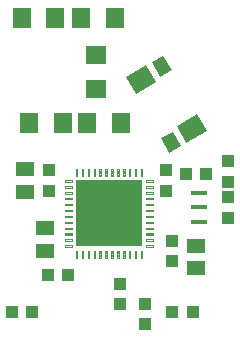
<source format=gbr>
G04 EAGLE Gerber RS-274X export*
G75*
%MOMM*%
%FSLAX34Y34*%
%LPD*%
%INSolderpaste Bottom*%
%IPPOS*%
%AMOC8*
5,1,8,0,0,1.08239X$1,22.5*%
G01*
%ADD10R,1.000000X1.100000*%
%ADD11R,1.500000X1.300000*%
%ADD12C,0.124994*%
%ADD13R,5.699988X5.699988*%
%ADD14R,1.399997X0.400000*%
%ADD15R,1.100000X1.000000*%
%ADD16R,1.650000X2.010000*%
%ADD17R,1.390000X1.140000*%
%ADD18R,1.600000X1.803000*%
%ADD19R,1.803000X1.600000*%


D10*
X445770Y316620D03*
X445770Y333620D03*
D11*
X419100Y273710D03*
X419100Y292710D03*
D12*
X377065Y346915D02*
X377065Y348165D01*
X382815Y348165D01*
X382815Y346915D01*
X377065Y346915D01*
X377065Y348102D02*
X382815Y348102D01*
X377065Y343165D02*
X377065Y341915D01*
X377065Y343165D02*
X382815Y343165D01*
X382815Y341915D01*
X377065Y341915D01*
X377065Y343102D02*
X382815Y343102D01*
X377065Y338165D02*
X377065Y336915D01*
X377065Y338165D02*
X382815Y338165D01*
X382815Y336915D01*
X377065Y336915D01*
X377065Y338102D02*
X382815Y338102D01*
X377065Y333165D02*
X377065Y331915D01*
X377065Y333165D02*
X382815Y333165D01*
X382815Y331915D01*
X377065Y331915D01*
X377065Y333102D02*
X382815Y333102D01*
X377065Y328165D02*
X377065Y326915D01*
X377065Y328165D02*
X382815Y328165D01*
X382815Y326915D01*
X377065Y326915D01*
X377065Y328102D02*
X382815Y328102D01*
X377065Y323165D02*
X377065Y321915D01*
X377065Y323165D02*
X382815Y323165D01*
X382815Y321915D01*
X377065Y321915D01*
X377065Y323102D02*
X382815Y323102D01*
X377065Y318165D02*
X377065Y316915D01*
X377065Y318165D02*
X382815Y318165D01*
X382815Y316915D01*
X377065Y316915D01*
X377065Y318102D02*
X382815Y318102D01*
X377065Y313165D02*
X377065Y311915D01*
X377065Y313165D02*
X382815Y313165D01*
X382815Y311915D01*
X377065Y311915D01*
X377065Y313102D02*
X382815Y313102D01*
X377065Y308165D02*
X377065Y306915D01*
X377065Y308165D02*
X382815Y308165D01*
X382815Y306915D01*
X377065Y306915D01*
X377065Y308102D02*
X382815Y308102D01*
X377065Y303165D02*
X377065Y301915D01*
X377065Y303165D02*
X382815Y303165D01*
X382815Y301915D01*
X377065Y301915D01*
X377065Y303102D02*
X382815Y303102D01*
X377065Y298165D02*
X377065Y296915D01*
X377065Y298165D02*
X382815Y298165D01*
X382815Y296915D01*
X377065Y296915D01*
X377065Y298102D02*
X382815Y298102D01*
X377065Y293165D02*
X377065Y291915D01*
X377065Y293165D02*
X382815Y293165D01*
X382815Y291915D01*
X377065Y291915D01*
X377065Y293102D02*
X382815Y293102D01*
X373565Y288415D02*
X372315Y288415D01*
X373565Y288415D02*
X373565Y282665D01*
X372315Y282665D01*
X372315Y288415D01*
X372315Y283852D02*
X373565Y283852D01*
X373565Y285039D02*
X372315Y285039D01*
X372315Y286226D02*
X373565Y286226D01*
X373565Y287413D02*
X372315Y287413D01*
X368565Y288415D02*
X367315Y288415D01*
X368565Y288415D02*
X368565Y282665D01*
X367315Y282665D01*
X367315Y288415D01*
X367315Y283852D02*
X368565Y283852D01*
X368565Y285039D02*
X367315Y285039D01*
X367315Y286226D02*
X368565Y286226D01*
X368565Y287413D02*
X367315Y287413D01*
X363565Y288415D02*
X362315Y288415D01*
X363565Y288415D02*
X363565Y282665D01*
X362315Y282665D01*
X362315Y288415D01*
X362315Y283852D02*
X363565Y283852D01*
X363565Y285039D02*
X362315Y285039D01*
X362315Y286226D02*
X363565Y286226D01*
X363565Y287413D02*
X362315Y287413D01*
X358565Y288415D02*
X357315Y288415D01*
X358565Y288415D02*
X358565Y282665D01*
X357315Y282665D01*
X357315Y288415D01*
X357315Y283852D02*
X358565Y283852D01*
X358565Y285039D02*
X357315Y285039D01*
X357315Y286226D02*
X358565Y286226D01*
X358565Y287413D02*
X357315Y287413D01*
X353565Y288415D02*
X352315Y288415D01*
X353565Y288415D02*
X353565Y282665D01*
X352315Y282665D01*
X352315Y288415D01*
X352315Y283852D02*
X353565Y283852D01*
X353565Y285039D02*
X352315Y285039D01*
X352315Y286226D02*
X353565Y286226D01*
X353565Y287413D02*
X352315Y287413D01*
X348565Y288415D02*
X347315Y288415D01*
X348565Y288415D02*
X348565Y282665D01*
X347315Y282665D01*
X347315Y288415D01*
X347315Y283852D02*
X348565Y283852D01*
X348565Y285039D02*
X347315Y285039D01*
X347315Y286226D02*
X348565Y286226D01*
X348565Y287413D02*
X347315Y287413D01*
X343565Y288415D02*
X342315Y288415D01*
X343565Y288415D02*
X343565Y282665D01*
X342315Y282665D01*
X342315Y288415D01*
X342315Y283852D02*
X343565Y283852D01*
X343565Y285039D02*
X342315Y285039D01*
X342315Y286226D02*
X343565Y286226D01*
X343565Y287413D02*
X342315Y287413D01*
X338565Y288415D02*
X337315Y288415D01*
X338565Y288415D02*
X338565Y282665D01*
X337315Y282665D01*
X337315Y288415D01*
X337315Y283852D02*
X338565Y283852D01*
X338565Y285039D02*
X337315Y285039D01*
X337315Y286226D02*
X338565Y286226D01*
X338565Y287413D02*
X337315Y287413D01*
X333565Y288415D02*
X332315Y288415D01*
X333565Y288415D02*
X333565Y282665D01*
X332315Y282665D01*
X332315Y288415D01*
X332315Y283852D02*
X333565Y283852D01*
X333565Y285039D02*
X332315Y285039D01*
X332315Y286226D02*
X333565Y286226D01*
X333565Y287413D02*
X332315Y287413D01*
X328565Y288415D02*
X327315Y288415D01*
X328565Y288415D02*
X328565Y282665D01*
X327315Y282665D01*
X327315Y288415D01*
X327315Y283852D02*
X328565Y283852D01*
X328565Y285039D02*
X327315Y285039D01*
X327315Y286226D02*
X328565Y286226D01*
X328565Y287413D02*
X327315Y287413D01*
X323565Y288415D02*
X322315Y288415D01*
X323565Y288415D02*
X323565Y282665D01*
X322315Y282665D01*
X322315Y288415D01*
X322315Y283852D02*
X323565Y283852D01*
X323565Y285039D02*
X322315Y285039D01*
X322315Y286226D02*
X323565Y286226D01*
X323565Y287413D02*
X322315Y287413D01*
X318565Y288415D02*
X317315Y288415D01*
X318565Y288415D02*
X318565Y282665D01*
X317315Y282665D01*
X317315Y288415D01*
X317315Y283852D02*
X318565Y283852D01*
X318565Y285039D02*
X317315Y285039D01*
X317315Y286226D02*
X318565Y286226D01*
X318565Y287413D02*
X317315Y287413D01*
X313815Y291915D02*
X313815Y293165D01*
X313815Y291915D02*
X308065Y291915D01*
X308065Y293165D01*
X313815Y293165D01*
X313815Y293102D02*
X308065Y293102D01*
X313815Y296915D02*
X313815Y298165D01*
X313815Y296915D02*
X308065Y296915D01*
X308065Y298165D01*
X313815Y298165D01*
X313815Y298102D02*
X308065Y298102D01*
X313815Y301915D02*
X313815Y303165D01*
X313815Y301915D02*
X308065Y301915D01*
X308065Y303165D01*
X313815Y303165D01*
X313815Y303102D02*
X308065Y303102D01*
X313815Y306915D02*
X313815Y308165D01*
X313815Y306915D02*
X308065Y306915D01*
X308065Y308165D01*
X313815Y308165D01*
X313815Y308102D02*
X308065Y308102D01*
X313815Y311915D02*
X313815Y313165D01*
X313815Y311915D02*
X308065Y311915D01*
X308065Y313165D01*
X313815Y313165D01*
X313815Y313102D02*
X308065Y313102D01*
X313815Y316915D02*
X313815Y318165D01*
X313815Y316915D02*
X308065Y316915D01*
X308065Y318165D01*
X313815Y318165D01*
X313815Y318102D02*
X308065Y318102D01*
X313815Y321915D02*
X313815Y323165D01*
X313815Y321915D02*
X308065Y321915D01*
X308065Y323165D01*
X313815Y323165D01*
X313815Y323102D02*
X308065Y323102D01*
X313815Y326915D02*
X313815Y328165D01*
X313815Y326915D02*
X308065Y326915D01*
X308065Y328165D01*
X313815Y328165D01*
X313815Y328102D02*
X308065Y328102D01*
X313815Y331915D02*
X313815Y333165D01*
X313815Y331915D02*
X308065Y331915D01*
X308065Y333165D01*
X313815Y333165D01*
X313815Y333102D02*
X308065Y333102D01*
X313815Y336915D02*
X313815Y338165D01*
X313815Y336915D02*
X308065Y336915D01*
X308065Y338165D01*
X313815Y338165D01*
X313815Y338102D02*
X308065Y338102D01*
X313815Y341915D02*
X313815Y343165D01*
X313815Y341915D02*
X308065Y341915D01*
X308065Y343165D01*
X313815Y343165D01*
X313815Y343102D02*
X308065Y343102D01*
X313815Y346915D02*
X313815Y348165D01*
X313815Y346915D02*
X308065Y346915D01*
X308065Y348165D01*
X313815Y348165D01*
X313815Y348102D02*
X308065Y348102D01*
X317315Y351665D02*
X318565Y351665D01*
X317315Y351665D02*
X317315Y357415D01*
X318565Y357415D01*
X318565Y351665D01*
X318565Y352852D02*
X317315Y352852D01*
X317315Y354039D02*
X318565Y354039D01*
X318565Y355226D02*
X317315Y355226D01*
X317315Y356413D02*
X318565Y356413D01*
X322315Y351665D02*
X323565Y351665D01*
X322315Y351665D02*
X322315Y357415D01*
X323565Y357415D01*
X323565Y351665D01*
X323565Y352852D02*
X322315Y352852D01*
X322315Y354039D02*
X323565Y354039D01*
X323565Y355226D02*
X322315Y355226D01*
X322315Y356413D02*
X323565Y356413D01*
X327315Y351665D02*
X328565Y351665D01*
X327315Y351665D02*
X327315Y357415D01*
X328565Y357415D01*
X328565Y351665D01*
X328565Y352852D02*
X327315Y352852D01*
X327315Y354039D02*
X328565Y354039D01*
X328565Y355226D02*
X327315Y355226D01*
X327315Y356413D02*
X328565Y356413D01*
X332315Y351665D02*
X333565Y351665D01*
X332315Y351665D02*
X332315Y357415D01*
X333565Y357415D01*
X333565Y351665D01*
X333565Y352852D02*
X332315Y352852D01*
X332315Y354039D02*
X333565Y354039D01*
X333565Y355226D02*
X332315Y355226D01*
X332315Y356413D02*
X333565Y356413D01*
X337315Y351665D02*
X338565Y351665D01*
X337315Y351665D02*
X337315Y357415D01*
X338565Y357415D01*
X338565Y351665D01*
X338565Y352852D02*
X337315Y352852D01*
X337315Y354039D02*
X338565Y354039D01*
X338565Y355226D02*
X337315Y355226D01*
X337315Y356413D02*
X338565Y356413D01*
X342315Y351665D02*
X343565Y351665D01*
X342315Y351665D02*
X342315Y357415D01*
X343565Y357415D01*
X343565Y351665D01*
X343565Y352852D02*
X342315Y352852D01*
X342315Y354039D02*
X343565Y354039D01*
X343565Y355226D02*
X342315Y355226D01*
X342315Y356413D02*
X343565Y356413D01*
X347315Y351665D02*
X348565Y351665D01*
X347315Y351665D02*
X347315Y357415D01*
X348565Y357415D01*
X348565Y351665D01*
X348565Y352852D02*
X347315Y352852D01*
X347315Y354039D02*
X348565Y354039D01*
X348565Y355226D02*
X347315Y355226D01*
X347315Y356413D02*
X348565Y356413D01*
X352315Y351665D02*
X353565Y351665D01*
X352315Y351665D02*
X352315Y357415D01*
X353565Y357415D01*
X353565Y351665D01*
X353565Y352852D02*
X352315Y352852D01*
X352315Y354039D02*
X353565Y354039D01*
X353565Y355226D02*
X352315Y355226D01*
X352315Y356413D02*
X353565Y356413D01*
X357315Y351665D02*
X358565Y351665D01*
X357315Y351665D02*
X357315Y357415D01*
X358565Y357415D01*
X358565Y351665D01*
X358565Y352852D02*
X357315Y352852D01*
X357315Y354039D02*
X358565Y354039D01*
X358565Y355226D02*
X357315Y355226D01*
X357315Y356413D02*
X358565Y356413D01*
X362315Y351665D02*
X363565Y351665D01*
X362315Y351665D02*
X362315Y357415D01*
X363565Y357415D01*
X363565Y351665D01*
X363565Y352852D02*
X362315Y352852D01*
X362315Y354039D02*
X363565Y354039D01*
X363565Y355226D02*
X362315Y355226D01*
X362315Y356413D02*
X363565Y356413D01*
X367315Y351665D02*
X368565Y351665D01*
X367315Y351665D02*
X367315Y357415D01*
X368565Y357415D01*
X368565Y351665D01*
X368565Y352852D02*
X367315Y352852D01*
X367315Y354039D02*
X368565Y354039D01*
X368565Y355226D02*
X367315Y355226D01*
X367315Y356413D02*
X368565Y356413D01*
X372315Y351665D02*
X373565Y351665D01*
X372315Y351665D02*
X372315Y357415D01*
X373565Y357415D01*
X373565Y351665D01*
X373565Y352852D02*
X372315Y352852D01*
X372315Y354039D02*
X373565Y354039D01*
X373565Y355226D02*
X372315Y355226D01*
X372315Y356413D02*
X373565Y356413D01*
D13*
X345440Y320040D03*
D14*
X421640Y337120D03*
X421640Y325120D03*
X421640Y313120D03*
D15*
X445770Y347100D03*
X445770Y364100D03*
D11*
X274320Y357480D03*
X274320Y338480D03*
X290830Y288696D03*
X290830Y307696D03*
D10*
X398780Y279790D03*
X398780Y296790D03*
X294640Y356480D03*
X294640Y339480D03*
D15*
X410600Y353060D03*
X427600Y353060D03*
X293760Y267970D03*
X310760Y267970D03*
D10*
X393700Y356480D03*
X393700Y339480D03*
X416170Y236220D03*
X399170Y236220D03*
D16*
G36*
X420033Y404244D02*
X428283Y389956D01*
X410877Y379906D01*
X402627Y394194D01*
X420033Y404244D01*
G37*
D17*
G36*
X391484Y453694D02*
X398434Y441658D01*
X388562Y435958D01*
X381612Y447994D01*
X391484Y453694D01*
G37*
G36*
X399337Y389293D02*
X406287Y377257D01*
X396415Y371557D01*
X389465Y383593D01*
X399337Y389293D01*
G37*
D16*
G36*
X377021Y445344D02*
X385271Y431056D01*
X367865Y421006D01*
X359615Y435294D01*
X377021Y445344D01*
G37*
D10*
X355092Y260214D03*
X355092Y243214D03*
D15*
X375920Y243450D03*
X375920Y226450D03*
D18*
X271530Y485140D03*
X299970Y485140D03*
X327093Y396875D03*
X355533Y396875D03*
X321822Y485140D03*
X350262Y485140D03*
D10*
X279963Y237014D03*
X262963Y237014D03*
D19*
X334010Y454275D03*
X334010Y425835D03*
D18*
X277880Y396875D03*
X306320Y396875D03*
M02*

</source>
